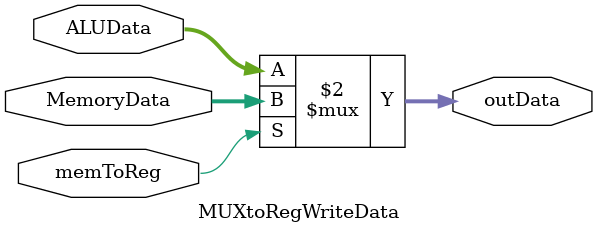
<source format=v>
`timescale 1ns / 1ps
module MUXtoRegWriteData(
    input memToReg,
    input [7:0] ALUData,
    input [7:0] MemoryData,
    output [7:0] outData
    );
	 
	 assign outData = (memToReg == 1'b1) ? MemoryData : ALUData;


endmodule

</source>
